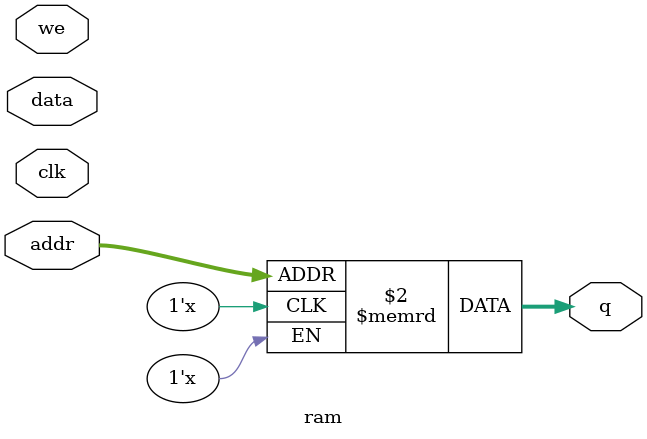
<source format=v>
module ram #(
    parameter ADDR_WIDTH=6,
    parameter DATA_WIDTH=8
) (
    input [DATA_WIDTH-1:0] data,
    input [ADDR_WIDTH-1:0] addr,
    input we, clk,
    output [7:0] q
);
reg [DATA_WIDTH-1:0] ram[2**ADDR_WIDTH-1:0];
// when we is high, write data to ram at address addr
// assign the ram value at address addr to q
// do not initialize the ram values here - they should be assigned in the
// testbench! Otherwise, the simulator will take 15ns to initialize the
// ram, and will throw errors from time to time.
always @(posedge clk)
begin
end
assign q = ram[addr];
endmodule

</source>
